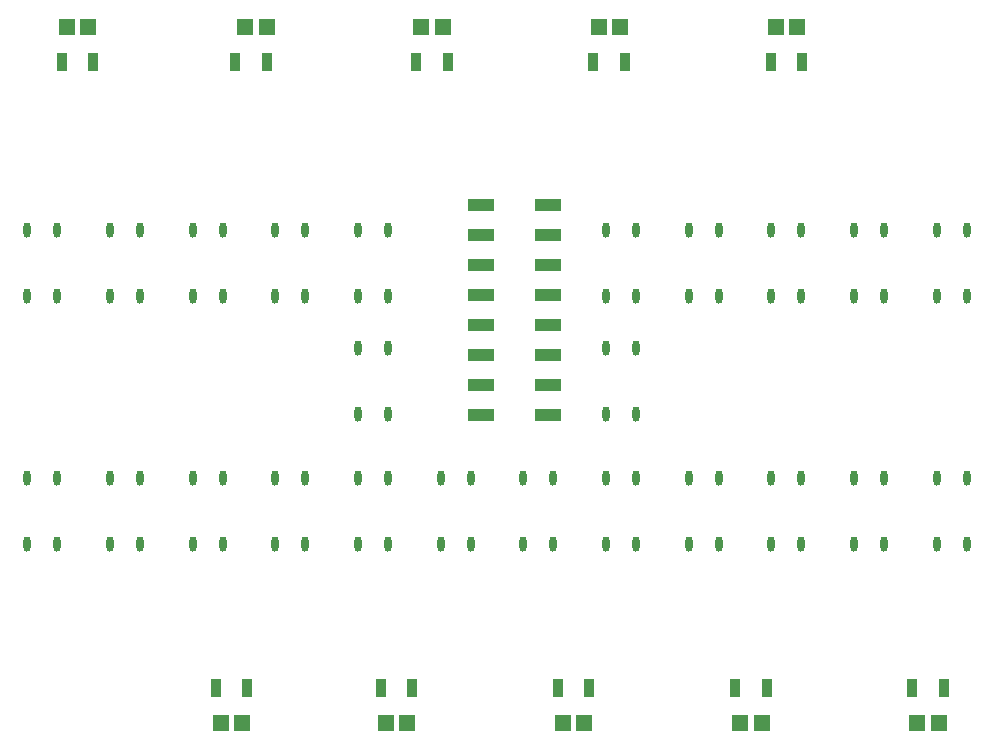
<source format=gtp>
G04*
G04 #@! TF.GenerationSoftware,Altium Limited,Altium Designer,21.1.1 (26)*
G04*
G04 Layer_Color=8421504*
%FSLAX25Y25*%
%MOIN*%
G70*
G04*
G04 #@! TF.SameCoordinates,58CD008A-62D3-454E-892D-416297C2E113*
G04*
G04*
G04 #@! TF.FilePolarity,Positive*
G04*
G01*
G75*
%ADD13R,0.03543X0.06102*%
%ADD14R,0.05500X0.05800*%
%ADD15O,0.02362X0.05118*%
%ADD16R,0.08740X0.04016*%
D13*
X477658Y157480D02*
D03*
X467224D02*
D03*
X418602D02*
D03*
X408169D02*
D03*
X359547D02*
D03*
X349114D02*
D03*
X300492D02*
D03*
X290059D02*
D03*
X245374D02*
D03*
X234941D02*
D03*
X430413Y366142D02*
D03*
X419980D02*
D03*
X371358D02*
D03*
X360925D02*
D03*
X312303D02*
D03*
X301870D02*
D03*
X251969D02*
D03*
X241535D02*
D03*
X194193D02*
D03*
X183760D02*
D03*
D14*
X475987Y145669D02*
D03*
X468894D02*
D03*
X416932D02*
D03*
X409839D02*
D03*
X357877D02*
D03*
X350784D02*
D03*
X298822D02*
D03*
X291729D02*
D03*
X243704D02*
D03*
X236611D02*
D03*
X428743Y377953D02*
D03*
X421651D02*
D03*
X369688D02*
D03*
X362595D02*
D03*
X310633D02*
D03*
X303540D02*
D03*
X251969D02*
D03*
X244876D02*
D03*
X192523D02*
D03*
X185430D02*
D03*
D15*
X182165Y310236D02*
D03*
X172165D02*
D03*
Y288189D02*
D03*
X182165D02*
D03*
X430197D02*
D03*
X420197D02*
D03*
Y310236D02*
D03*
X430197D02*
D03*
X457756Y288189D02*
D03*
X447756D02*
D03*
Y310236D02*
D03*
X457756D02*
D03*
X485315Y288189D02*
D03*
X475315D02*
D03*
Y310236D02*
D03*
X485315D02*
D03*
X402638Y205512D02*
D03*
X392638D02*
D03*
Y227559D02*
D03*
X402638D02*
D03*
X319961Y205512D02*
D03*
X309961D02*
D03*
Y227559D02*
D03*
X319961D02*
D03*
X375079Y248819D02*
D03*
X365079D02*
D03*
Y270866D02*
D03*
X375079D02*
D03*
Y288189D02*
D03*
X365079D02*
D03*
Y310236D02*
D03*
X375079D02*
D03*
X402638Y288189D02*
D03*
X392638D02*
D03*
Y310236D02*
D03*
X402638D02*
D03*
X475315Y227559D02*
D03*
X485315D02*
D03*
Y205512D02*
D03*
X475315D02*
D03*
X447756Y227559D02*
D03*
X457756D02*
D03*
Y205512D02*
D03*
X447756D02*
D03*
X420197Y227559D02*
D03*
X430197D02*
D03*
Y205512D02*
D03*
X420197D02*
D03*
X199724Y227559D02*
D03*
X209724D02*
D03*
Y205512D02*
D03*
X199724D02*
D03*
X172165Y227559D02*
D03*
X182165Y205512D02*
D03*
Y227559D02*
D03*
X172165Y205512D02*
D03*
X264843Y288189D02*
D03*
X254842D02*
D03*
Y310236D02*
D03*
X264843D02*
D03*
X375079Y205512D02*
D03*
X365079D02*
D03*
Y227559D02*
D03*
X375079D02*
D03*
X347520Y205512D02*
D03*
X337520D02*
D03*
Y227559D02*
D03*
X347520D02*
D03*
X292402Y288189D02*
D03*
X282402D02*
D03*
Y310236D02*
D03*
X292402D02*
D03*
Y248819D02*
D03*
X282402D02*
D03*
Y270866D02*
D03*
X292402D02*
D03*
X237283Y205512D02*
D03*
X227284D02*
D03*
Y227559D02*
D03*
X237283D02*
D03*
X264843Y205512D02*
D03*
X254842D02*
D03*
Y227559D02*
D03*
X264843D02*
D03*
X292402Y205512D02*
D03*
X282402D02*
D03*
Y227559D02*
D03*
X292402D02*
D03*
X237283Y310236D02*
D03*
X227284D02*
D03*
Y288189D02*
D03*
X237283D02*
D03*
X209724Y310236D02*
D03*
X199724D02*
D03*
Y288189D02*
D03*
X209724D02*
D03*
D16*
X323524Y248465D02*
D03*
X345768D02*
D03*
X323524Y258465D02*
D03*
X345768D02*
D03*
X323524Y268465D02*
D03*
X345768D02*
D03*
X323524Y278465D02*
D03*
X345768D02*
D03*
X323524Y288465D02*
D03*
X345768D02*
D03*
X323524Y298465D02*
D03*
X345768D02*
D03*
X323524Y308465D02*
D03*
X345768D02*
D03*
X323524Y318465D02*
D03*
X345768D02*
D03*
M02*

</source>
